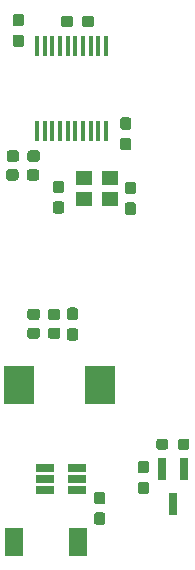
<source format=gbp>
G04 #@! TF.GenerationSoftware,KiCad,Pcbnew,(5.1.4)-1*
G04 #@! TF.CreationDate,2021-02-21T00:03:44+01:00*
G04 #@! TF.ProjectId,rgb_lcd_pihat,7267625f-6c63-4645-9f70-696861742e6b,rev?*
G04 #@! TF.SameCoordinates,Original*
G04 #@! TF.FileFunction,Paste,Bot*
G04 #@! TF.FilePolarity,Positive*
%FSLAX46Y46*%
G04 Gerber Fmt 4.6, Leading zero omitted, Abs format (unit mm)*
G04 Created by KiCad (PCBNEW (5.1.4)-1) date 2021-02-21 00:03:44*
%MOMM*%
%LPD*%
G04 APERTURE LIST*
%ADD10C,0.100000*%
%ADD11C,0.950000*%
%ADD12R,0.800000X1.900000*%
%ADD13R,1.400000X1.200000*%
%ADD14R,1.500000X2.400000*%
%ADD15R,0.450000X1.750000*%
%ADD16R,1.560000X0.650000*%
%ADD17R,2.500000X3.300000*%
G04 APERTURE END LIST*
D10*
G36*
X64785779Y-78126144D02*
G01*
X64808834Y-78129563D01*
X64831443Y-78135227D01*
X64853387Y-78143079D01*
X64874457Y-78153044D01*
X64894448Y-78165026D01*
X64913168Y-78178910D01*
X64930438Y-78194562D01*
X64946090Y-78211832D01*
X64959974Y-78230552D01*
X64971956Y-78250543D01*
X64981921Y-78271613D01*
X64989773Y-78293557D01*
X64995437Y-78316166D01*
X64998856Y-78339221D01*
X65000000Y-78362500D01*
X65000000Y-78837500D01*
X64998856Y-78860779D01*
X64995437Y-78883834D01*
X64989773Y-78906443D01*
X64981921Y-78928387D01*
X64971956Y-78949457D01*
X64959974Y-78969448D01*
X64946090Y-78988168D01*
X64930438Y-79005438D01*
X64913168Y-79021090D01*
X64894448Y-79034974D01*
X64874457Y-79046956D01*
X64853387Y-79056921D01*
X64831443Y-79064773D01*
X64808834Y-79070437D01*
X64785779Y-79073856D01*
X64762500Y-79075000D01*
X64262500Y-79075000D01*
X64239221Y-79073856D01*
X64216166Y-79070437D01*
X64193557Y-79064773D01*
X64171613Y-79056921D01*
X64150543Y-79046956D01*
X64130552Y-79034974D01*
X64111832Y-79021090D01*
X64094562Y-79005438D01*
X64078910Y-78988168D01*
X64065026Y-78969448D01*
X64053044Y-78949457D01*
X64043079Y-78928387D01*
X64035227Y-78906443D01*
X64029563Y-78883834D01*
X64026144Y-78860779D01*
X64025000Y-78837500D01*
X64025000Y-78362500D01*
X64026144Y-78339221D01*
X64029563Y-78316166D01*
X64035227Y-78293557D01*
X64043079Y-78271613D01*
X64053044Y-78250543D01*
X64065026Y-78230552D01*
X64078910Y-78211832D01*
X64094562Y-78194562D01*
X64111832Y-78178910D01*
X64130552Y-78165026D01*
X64150543Y-78153044D01*
X64171613Y-78143079D01*
X64193557Y-78135227D01*
X64216166Y-78129563D01*
X64239221Y-78126144D01*
X64262500Y-78125000D01*
X64762500Y-78125000D01*
X64785779Y-78126144D01*
X64785779Y-78126144D01*
G37*
D11*
X64512500Y-78600000D03*
D10*
G36*
X62960779Y-78126144D02*
G01*
X62983834Y-78129563D01*
X63006443Y-78135227D01*
X63028387Y-78143079D01*
X63049457Y-78153044D01*
X63069448Y-78165026D01*
X63088168Y-78178910D01*
X63105438Y-78194562D01*
X63121090Y-78211832D01*
X63134974Y-78230552D01*
X63146956Y-78250543D01*
X63156921Y-78271613D01*
X63164773Y-78293557D01*
X63170437Y-78316166D01*
X63173856Y-78339221D01*
X63175000Y-78362500D01*
X63175000Y-78837500D01*
X63173856Y-78860779D01*
X63170437Y-78883834D01*
X63164773Y-78906443D01*
X63156921Y-78928387D01*
X63146956Y-78949457D01*
X63134974Y-78969448D01*
X63121090Y-78988168D01*
X63105438Y-79005438D01*
X63088168Y-79021090D01*
X63069448Y-79034974D01*
X63049457Y-79046956D01*
X63028387Y-79056921D01*
X63006443Y-79064773D01*
X62983834Y-79070437D01*
X62960779Y-79073856D01*
X62937500Y-79075000D01*
X62437500Y-79075000D01*
X62414221Y-79073856D01*
X62391166Y-79070437D01*
X62368557Y-79064773D01*
X62346613Y-79056921D01*
X62325543Y-79046956D01*
X62305552Y-79034974D01*
X62286832Y-79021090D01*
X62269562Y-79005438D01*
X62253910Y-78988168D01*
X62240026Y-78969448D01*
X62228044Y-78949457D01*
X62218079Y-78928387D01*
X62210227Y-78906443D01*
X62204563Y-78883834D01*
X62201144Y-78860779D01*
X62200000Y-78837500D01*
X62200000Y-78362500D01*
X62201144Y-78339221D01*
X62204563Y-78316166D01*
X62210227Y-78293557D01*
X62218079Y-78271613D01*
X62228044Y-78250543D01*
X62240026Y-78230552D01*
X62253910Y-78211832D01*
X62269562Y-78194562D01*
X62286832Y-78178910D01*
X62305552Y-78165026D01*
X62325543Y-78153044D01*
X62346613Y-78143079D01*
X62368557Y-78135227D01*
X62391166Y-78129563D01*
X62414221Y-78126144D01*
X62437500Y-78125000D01*
X62937500Y-78125000D01*
X62960779Y-78126144D01*
X62960779Y-78126144D01*
G37*
D11*
X62687500Y-78600000D03*
D12*
X63600000Y-83700000D03*
X64550000Y-80700000D03*
X62650000Y-80700000D03*
D10*
G36*
X50760779Y-42176144D02*
G01*
X50783834Y-42179563D01*
X50806443Y-42185227D01*
X50828387Y-42193079D01*
X50849457Y-42203044D01*
X50869448Y-42215026D01*
X50888168Y-42228910D01*
X50905438Y-42244562D01*
X50921090Y-42261832D01*
X50934974Y-42280552D01*
X50946956Y-42300543D01*
X50956921Y-42321613D01*
X50964773Y-42343557D01*
X50970437Y-42366166D01*
X50973856Y-42389221D01*
X50975000Y-42412500D01*
X50975000Y-42987500D01*
X50973856Y-43010779D01*
X50970437Y-43033834D01*
X50964773Y-43056443D01*
X50956921Y-43078387D01*
X50946956Y-43099457D01*
X50934974Y-43119448D01*
X50921090Y-43138168D01*
X50905438Y-43155438D01*
X50888168Y-43171090D01*
X50869448Y-43184974D01*
X50849457Y-43196956D01*
X50828387Y-43206921D01*
X50806443Y-43214773D01*
X50783834Y-43220437D01*
X50760779Y-43223856D01*
X50737500Y-43225000D01*
X50262500Y-43225000D01*
X50239221Y-43223856D01*
X50216166Y-43220437D01*
X50193557Y-43214773D01*
X50171613Y-43206921D01*
X50150543Y-43196956D01*
X50130552Y-43184974D01*
X50111832Y-43171090D01*
X50094562Y-43155438D01*
X50078910Y-43138168D01*
X50065026Y-43119448D01*
X50053044Y-43099457D01*
X50043079Y-43078387D01*
X50035227Y-43056443D01*
X50029563Y-43033834D01*
X50026144Y-43010779D01*
X50025000Y-42987500D01*
X50025000Y-42412500D01*
X50026144Y-42389221D01*
X50029563Y-42366166D01*
X50035227Y-42343557D01*
X50043079Y-42321613D01*
X50053044Y-42300543D01*
X50065026Y-42280552D01*
X50078910Y-42261832D01*
X50094562Y-42244562D01*
X50111832Y-42228910D01*
X50130552Y-42215026D01*
X50150543Y-42203044D01*
X50171613Y-42193079D01*
X50193557Y-42185227D01*
X50216166Y-42179563D01*
X50239221Y-42176144D01*
X50262500Y-42175000D01*
X50737500Y-42175000D01*
X50760779Y-42176144D01*
X50760779Y-42176144D01*
G37*
D11*
X50500000Y-42700000D03*
D10*
G36*
X50760779Y-43926144D02*
G01*
X50783834Y-43929563D01*
X50806443Y-43935227D01*
X50828387Y-43943079D01*
X50849457Y-43953044D01*
X50869448Y-43965026D01*
X50888168Y-43978910D01*
X50905438Y-43994562D01*
X50921090Y-44011832D01*
X50934974Y-44030552D01*
X50946956Y-44050543D01*
X50956921Y-44071613D01*
X50964773Y-44093557D01*
X50970437Y-44116166D01*
X50973856Y-44139221D01*
X50975000Y-44162500D01*
X50975000Y-44737500D01*
X50973856Y-44760779D01*
X50970437Y-44783834D01*
X50964773Y-44806443D01*
X50956921Y-44828387D01*
X50946956Y-44849457D01*
X50934974Y-44869448D01*
X50921090Y-44888168D01*
X50905438Y-44905438D01*
X50888168Y-44921090D01*
X50869448Y-44934974D01*
X50849457Y-44946956D01*
X50828387Y-44956921D01*
X50806443Y-44964773D01*
X50783834Y-44970437D01*
X50760779Y-44973856D01*
X50737500Y-44975000D01*
X50262500Y-44975000D01*
X50239221Y-44973856D01*
X50216166Y-44970437D01*
X50193557Y-44964773D01*
X50171613Y-44956921D01*
X50150543Y-44946956D01*
X50130552Y-44934974D01*
X50111832Y-44921090D01*
X50094562Y-44905438D01*
X50078910Y-44888168D01*
X50065026Y-44869448D01*
X50053044Y-44849457D01*
X50043079Y-44828387D01*
X50035227Y-44806443D01*
X50029563Y-44783834D01*
X50026144Y-44760779D01*
X50025000Y-44737500D01*
X50025000Y-44162500D01*
X50026144Y-44139221D01*
X50029563Y-44116166D01*
X50035227Y-44093557D01*
X50043079Y-44071613D01*
X50053044Y-44050543D01*
X50065026Y-44030552D01*
X50078910Y-44011832D01*
X50094562Y-43994562D01*
X50111832Y-43978910D01*
X50130552Y-43965026D01*
X50150543Y-43953044D01*
X50171613Y-43943079D01*
X50193557Y-43935227D01*
X50216166Y-43929563D01*
X50239221Y-43926144D01*
X50262500Y-43925000D01*
X50737500Y-43925000D01*
X50760779Y-43926144D01*
X50760779Y-43926144D01*
G37*
D11*
X50500000Y-44450000D03*
D13*
X56100000Y-57800000D03*
X58300000Y-57800000D03*
X58300000Y-56100000D03*
X56100000Y-56100000D03*
D10*
G36*
X52110779Y-67126144D02*
G01*
X52133834Y-67129563D01*
X52156443Y-67135227D01*
X52178387Y-67143079D01*
X52199457Y-67153044D01*
X52219448Y-67165026D01*
X52238168Y-67178910D01*
X52255438Y-67194562D01*
X52271090Y-67211832D01*
X52284974Y-67230552D01*
X52296956Y-67250543D01*
X52306921Y-67271613D01*
X52314773Y-67293557D01*
X52320437Y-67316166D01*
X52323856Y-67339221D01*
X52325000Y-67362500D01*
X52325000Y-67837500D01*
X52323856Y-67860779D01*
X52320437Y-67883834D01*
X52314773Y-67906443D01*
X52306921Y-67928387D01*
X52296956Y-67949457D01*
X52284974Y-67969448D01*
X52271090Y-67988168D01*
X52255438Y-68005438D01*
X52238168Y-68021090D01*
X52219448Y-68034974D01*
X52199457Y-68046956D01*
X52178387Y-68056921D01*
X52156443Y-68064773D01*
X52133834Y-68070437D01*
X52110779Y-68073856D01*
X52087500Y-68075000D01*
X51512500Y-68075000D01*
X51489221Y-68073856D01*
X51466166Y-68070437D01*
X51443557Y-68064773D01*
X51421613Y-68056921D01*
X51400543Y-68046956D01*
X51380552Y-68034974D01*
X51361832Y-68021090D01*
X51344562Y-68005438D01*
X51328910Y-67988168D01*
X51315026Y-67969448D01*
X51303044Y-67949457D01*
X51293079Y-67928387D01*
X51285227Y-67906443D01*
X51279563Y-67883834D01*
X51276144Y-67860779D01*
X51275000Y-67837500D01*
X51275000Y-67362500D01*
X51276144Y-67339221D01*
X51279563Y-67316166D01*
X51285227Y-67293557D01*
X51293079Y-67271613D01*
X51303044Y-67250543D01*
X51315026Y-67230552D01*
X51328910Y-67211832D01*
X51344562Y-67194562D01*
X51361832Y-67178910D01*
X51380552Y-67165026D01*
X51400543Y-67153044D01*
X51421613Y-67143079D01*
X51443557Y-67135227D01*
X51466166Y-67129563D01*
X51489221Y-67126144D01*
X51512500Y-67125000D01*
X52087500Y-67125000D01*
X52110779Y-67126144D01*
X52110779Y-67126144D01*
G37*
D11*
X51800000Y-67600000D03*
D10*
G36*
X53860779Y-67126144D02*
G01*
X53883834Y-67129563D01*
X53906443Y-67135227D01*
X53928387Y-67143079D01*
X53949457Y-67153044D01*
X53969448Y-67165026D01*
X53988168Y-67178910D01*
X54005438Y-67194562D01*
X54021090Y-67211832D01*
X54034974Y-67230552D01*
X54046956Y-67250543D01*
X54056921Y-67271613D01*
X54064773Y-67293557D01*
X54070437Y-67316166D01*
X54073856Y-67339221D01*
X54075000Y-67362500D01*
X54075000Y-67837500D01*
X54073856Y-67860779D01*
X54070437Y-67883834D01*
X54064773Y-67906443D01*
X54056921Y-67928387D01*
X54046956Y-67949457D01*
X54034974Y-67969448D01*
X54021090Y-67988168D01*
X54005438Y-68005438D01*
X53988168Y-68021090D01*
X53969448Y-68034974D01*
X53949457Y-68046956D01*
X53928387Y-68056921D01*
X53906443Y-68064773D01*
X53883834Y-68070437D01*
X53860779Y-68073856D01*
X53837500Y-68075000D01*
X53262500Y-68075000D01*
X53239221Y-68073856D01*
X53216166Y-68070437D01*
X53193557Y-68064773D01*
X53171613Y-68056921D01*
X53150543Y-68046956D01*
X53130552Y-68034974D01*
X53111832Y-68021090D01*
X53094562Y-68005438D01*
X53078910Y-67988168D01*
X53065026Y-67969448D01*
X53053044Y-67949457D01*
X53043079Y-67928387D01*
X53035227Y-67906443D01*
X53029563Y-67883834D01*
X53026144Y-67860779D01*
X53025000Y-67837500D01*
X53025000Y-67362500D01*
X53026144Y-67339221D01*
X53029563Y-67316166D01*
X53035227Y-67293557D01*
X53043079Y-67271613D01*
X53053044Y-67250543D01*
X53065026Y-67230552D01*
X53078910Y-67211832D01*
X53094562Y-67194562D01*
X53111832Y-67178910D01*
X53130552Y-67165026D01*
X53150543Y-67153044D01*
X53171613Y-67143079D01*
X53193557Y-67135227D01*
X53216166Y-67129563D01*
X53239221Y-67126144D01*
X53262500Y-67125000D01*
X53837500Y-67125000D01*
X53860779Y-67126144D01*
X53860779Y-67126144D01*
G37*
D11*
X53550000Y-67600000D03*
D10*
G36*
X54160779Y-58026144D02*
G01*
X54183834Y-58029563D01*
X54206443Y-58035227D01*
X54228387Y-58043079D01*
X54249457Y-58053044D01*
X54269448Y-58065026D01*
X54288168Y-58078910D01*
X54305438Y-58094562D01*
X54321090Y-58111832D01*
X54334974Y-58130552D01*
X54346956Y-58150543D01*
X54356921Y-58171613D01*
X54364773Y-58193557D01*
X54370437Y-58216166D01*
X54373856Y-58239221D01*
X54375000Y-58262500D01*
X54375000Y-58837500D01*
X54373856Y-58860779D01*
X54370437Y-58883834D01*
X54364773Y-58906443D01*
X54356921Y-58928387D01*
X54346956Y-58949457D01*
X54334974Y-58969448D01*
X54321090Y-58988168D01*
X54305438Y-59005438D01*
X54288168Y-59021090D01*
X54269448Y-59034974D01*
X54249457Y-59046956D01*
X54228387Y-59056921D01*
X54206443Y-59064773D01*
X54183834Y-59070437D01*
X54160779Y-59073856D01*
X54137500Y-59075000D01*
X53662500Y-59075000D01*
X53639221Y-59073856D01*
X53616166Y-59070437D01*
X53593557Y-59064773D01*
X53571613Y-59056921D01*
X53550543Y-59046956D01*
X53530552Y-59034974D01*
X53511832Y-59021090D01*
X53494562Y-59005438D01*
X53478910Y-58988168D01*
X53465026Y-58969448D01*
X53453044Y-58949457D01*
X53443079Y-58928387D01*
X53435227Y-58906443D01*
X53429563Y-58883834D01*
X53426144Y-58860779D01*
X53425000Y-58837500D01*
X53425000Y-58262500D01*
X53426144Y-58239221D01*
X53429563Y-58216166D01*
X53435227Y-58193557D01*
X53443079Y-58171613D01*
X53453044Y-58150543D01*
X53465026Y-58130552D01*
X53478910Y-58111832D01*
X53494562Y-58094562D01*
X53511832Y-58078910D01*
X53530552Y-58065026D01*
X53550543Y-58053044D01*
X53571613Y-58043079D01*
X53593557Y-58035227D01*
X53616166Y-58029563D01*
X53639221Y-58026144D01*
X53662500Y-58025000D01*
X54137500Y-58025000D01*
X54160779Y-58026144D01*
X54160779Y-58026144D01*
G37*
D11*
X53900000Y-58550000D03*
D10*
G36*
X54160779Y-56276144D02*
G01*
X54183834Y-56279563D01*
X54206443Y-56285227D01*
X54228387Y-56293079D01*
X54249457Y-56303044D01*
X54269448Y-56315026D01*
X54288168Y-56328910D01*
X54305438Y-56344562D01*
X54321090Y-56361832D01*
X54334974Y-56380552D01*
X54346956Y-56400543D01*
X54356921Y-56421613D01*
X54364773Y-56443557D01*
X54370437Y-56466166D01*
X54373856Y-56489221D01*
X54375000Y-56512500D01*
X54375000Y-57087500D01*
X54373856Y-57110779D01*
X54370437Y-57133834D01*
X54364773Y-57156443D01*
X54356921Y-57178387D01*
X54346956Y-57199457D01*
X54334974Y-57219448D01*
X54321090Y-57238168D01*
X54305438Y-57255438D01*
X54288168Y-57271090D01*
X54269448Y-57284974D01*
X54249457Y-57296956D01*
X54228387Y-57306921D01*
X54206443Y-57314773D01*
X54183834Y-57320437D01*
X54160779Y-57323856D01*
X54137500Y-57325000D01*
X53662500Y-57325000D01*
X53639221Y-57323856D01*
X53616166Y-57320437D01*
X53593557Y-57314773D01*
X53571613Y-57306921D01*
X53550543Y-57296956D01*
X53530552Y-57284974D01*
X53511832Y-57271090D01*
X53494562Y-57255438D01*
X53478910Y-57238168D01*
X53465026Y-57219448D01*
X53453044Y-57199457D01*
X53443079Y-57178387D01*
X53435227Y-57156443D01*
X53429563Y-57133834D01*
X53426144Y-57110779D01*
X53425000Y-57087500D01*
X53425000Y-56512500D01*
X53426144Y-56489221D01*
X53429563Y-56466166D01*
X53435227Y-56443557D01*
X53443079Y-56421613D01*
X53453044Y-56400543D01*
X53465026Y-56380552D01*
X53478910Y-56361832D01*
X53494562Y-56344562D01*
X53511832Y-56328910D01*
X53530552Y-56315026D01*
X53550543Y-56303044D01*
X53571613Y-56293079D01*
X53593557Y-56285227D01*
X53616166Y-56279563D01*
X53639221Y-56276144D01*
X53662500Y-56275000D01*
X54137500Y-56275000D01*
X54160779Y-56276144D01*
X54160779Y-56276144D01*
G37*
D11*
X53900000Y-56800000D03*
D10*
G36*
X60260779Y-58126144D02*
G01*
X60283834Y-58129563D01*
X60306443Y-58135227D01*
X60328387Y-58143079D01*
X60349457Y-58153044D01*
X60369448Y-58165026D01*
X60388168Y-58178910D01*
X60405438Y-58194562D01*
X60421090Y-58211832D01*
X60434974Y-58230552D01*
X60446956Y-58250543D01*
X60456921Y-58271613D01*
X60464773Y-58293557D01*
X60470437Y-58316166D01*
X60473856Y-58339221D01*
X60475000Y-58362500D01*
X60475000Y-58937500D01*
X60473856Y-58960779D01*
X60470437Y-58983834D01*
X60464773Y-59006443D01*
X60456921Y-59028387D01*
X60446956Y-59049457D01*
X60434974Y-59069448D01*
X60421090Y-59088168D01*
X60405438Y-59105438D01*
X60388168Y-59121090D01*
X60369448Y-59134974D01*
X60349457Y-59146956D01*
X60328387Y-59156921D01*
X60306443Y-59164773D01*
X60283834Y-59170437D01*
X60260779Y-59173856D01*
X60237500Y-59175000D01*
X59762500Y-59175000D01*
X59739221Y-59173856D01*
X59716166Y-59170437D01*
X59693557Y-59164773D01*
X59671613Y-59156921D01*
X59650543Y-59146956D01*
X59630552Y-59134974D01*
X59611832Y-59121090D01*
X59594562Y-59105438D01*
X59578910Y-59088168D01*
X59565026Y-59069448D01*
X59553044Y-59049457D01*
X59543079Y-59028387D01*
X59535227Y-59006443D01*
X59529563Y-58983834D01*
X59526144Y-58960779D01*
X59525000Y-58937500D01*
X59525000Y-58362500D01*
X59526144Y-58339221D01*
X59529563Y-58316166D01*
X59535227Y-58293557D01*
X59543079Y-58271613D01*
X59553044Y-58250543D01*
X59565026Y-58230552D01*
X59578910Y-58211832D01*
X59594562Y-58194562D01*
X59611832Y-58178910D01*
X59630552Y-58165026D01*
X59650543Y-58153044D01*
X59671613Y-58143079D01*
X59693557Y-58135227D01*
X59716166Y-58129563D01*
X59739221Y-58126144D01*
X59762500Y-58125000D01*
X60237500Y-58125000D01*
X60260779Y-58126144D01*
X60260779Y-58126144D01*
G37*
D11*
X60000000Y-58650000D03*
D10*
G36*
X60260779Y-56376144D02*
G01*
X60283834Y-56379563D01*
X60306443Y-56385227D01*
X60328387Y-56393079D01*
X60349457Y-56403044D01*
X60369448Y-56415026D01*
X60388168Y-56428910D01*
X60405438Y-56444562D01*
X60421090Y-56461832D01*
X60434974Y-56480552D01*
X60446956Y-56500543D01*
X60456921Y-56521613D01*
X60464773Y-56543557D01*
X60470437Y-56566166D01*
X60473856Y-56589221D01*
X60475000Y-56612500D01*
X60475000Y-57187500D01*
X60473856Y-57210779D01*
X60470437Y-57233834D01*
X60464773Y-57256443D01*
X60456921Y-57278387D01*
X60446956Y-57299457D01*
X60434974Y-57319448D01*
X60421090Y-57338168D01*
X60405438Y-57355438D01*
X60388168Y-57371090D01*
X60369448Y-57384974D01*
X60349457Y-57396956D01*
X60328387Y-57406921D01*
X60306443Y-57414773D01*
X60283834Y-57420437D01*
X60260779Y-57423856D01*
X60237500Y-57425000D01*
X59762500Y-57425000D01*
X59739221Y-57423856D01*
X59716166Y-57420437D01*
X59693557Y-57414773D01*
X59671613Y-57406921D01*
X59650543Y-57396956D01*
X59630552Y-57384974D01*
X59611832Y-57371090D01*
X59594562Y-57355438D01*
X59578910Y-57338168D01*
X59565026Y-57319448D01*
X59553044Y-57299457D01*
X59543079Y-57278387D01*
X59535227Y-57256443D01*
X59529563Y-57233834D01*
X59526144Y-57210779D01*
X59525000Y-57187500D01*
X59525000Y-56612500D01*
X59526144Y-56589221D01*
X59529563Y-56566166D01*
X59535227Y-56543557D01*
X59543079Y-56521613D01*
X59553044Y-56500543D01*
X59565026Y-56480552D01*
X59578910Y-56461832D01*
X59594562Y-56444562D01*
X59611832Y-56428910D01*
X59630552Y-56415026D01*
X59650543Y-56403044D01*
X59671613Y-56393079D01*
X59693557Y-56385227D01*
X59716166Y-56379563D01*
X59739221Y-56376144D01*
X59762500Y-56375000D01*
X60237500Y-56375000D01*
X60260779Y-56376144D01*
X60260779Y-56376144D01*
G37*
D11*
X60000000Y-56900000D03*
D10*
G36*
X54960779Y-42326144D02*
G01*
X54983834Y-42329563D01*
X55006443Y-42335227D01*
X55028387Y-42343079D01*
X55049457Y-42353044D01*
X55069448Y-42365026D01*
X55088168Y-42378910D01*
X55105438Y-42394562D01*
X55121090Y-42411832D01*
X55134974Y-42430552D01*
X55146956Y-42450543D01*
X55156921Y-42471613D01*
X55164773Y-42493557D01*
X55170437Y-42516166D01*
X55173856Y-42539221D01*
X55175000Y-42562500D01*
X55175000Y-43037500D01*
X55173856Y-43060779D01*
X55170437Y-43083834D01*
X55164773Y-43106443D01*
X55156921Y-43128387D01*
X55146956Y-43149457D01*
X55134974Y-43169448D01*
X55121090Y-43188168D01*
X55105438Y-43205438D01*
X55088168Y-43221090D01*
X55069448Y-43234974D01*
X55049457Y-43246956D01*
X55028387Y-43256921D01*
X55006443Y-43264773D01*
X54983834Y-43270437D01*
X54960779Y-43273856D01*
X54937500Y-43275000D01*
X54362500Y-43275000D01*
X54339221Y-43273856D01*
X54316166Y-43270437D01*
X54293557Y-43264773D01*
X54271613Y-43256921D01*
X54250543Y-43246956D01*
X54230552Y-43234974D01*
X54211832Y-43221090D01*
X54194562Y-43205438D01*
X54178910Y-43188168D01*
X54165026Y-43169448D01*
X54153044Y-43149457D01*
X54143079Y-43128387D01*
X54135227Y-43106443D01*
X54129563Y-43083834D01*
X54126144Y-43060779D01*
X54125000Y-43037500D01*
X54125000Y-42562500D01*
X54126144Y-42539221D01*
X54129563Y-42516166D01*
X54135227Y-42493557D01*
X54143079Y-42471613D01*
X54153044Y-42450543D01*
X54165026Y-42430552D01*
X54178910Y-42411832D01*
X54194562Y-42394562D01*
X54211832Y-42378910D01*
X54230552Y-42365026D01*
X54250543Y-42353044D01*
X54271613Y-42343079D01*
X54293557Y-42335227D01*
X54316166Y-42329563D01*
X54339221Y-42326144D01*
X54362500Y-42325000D01*
X54937500Y-42325000D01*
X54960779Y-42326144D01*
X54960779Y-42326144D01*
G37*
D11*
X54650000Y-42800000D03*
D10*
G36*
X56710779Y-42326144D02*
G01*
X56733834Y-42329563D01*
X56756443Y-42335227D01*
X56778387Y-42343079D01*
X56799457Y-42353044D01*
X56819448Y-42365026D01*
X56838168Y-42378910D01*
X56855438Y-42394562D01*
X56871090Y-42411832D01*
X56884974Y-42430552D01*
X56896956Y-42450543D01*
X56906921Y-42471613D01*
X56914773Y-42493557D01*
X56920437Y-42516166D01*
X56923856Y-42539221D01*
X56925000Y-42562500D01*
X56925000Y-43037500D01*
X56923856Y-43060779D01*
X56920437Y-43083834D01*
X56914773Y-43106443D01*
X56906921Y-43128387D01*
X56896956Y-43149457D01*
X56884974Y-43169448D01*
X56871090Y-43188168D01*
X56855438Y-43205438D01*
X56838168Y-43221090D01*
X56819448Y-43234974D01*
X56799457Y-43246956D01*
X56778387Y-43256921D01*
X56756443Y-43264773D01*
X56733834Y-43270437D01*
X56710779Y-43273856D01*
X56687500Y-43275000D01*
X56112500Y-43275000D01*
X56089221Y-43273856D01*
X56066166Y-43270437D01*
X56043557Y-43264773D01*
X56021613Y-43256921D01*
X56000543Y-43246956D01*
X55980552Y-43234974D01*
X55961832Y-43221090D01*
X55944562Y-43205438D01*
X55928910Y-43188168D01*
X55915026Y-43169448D01*
X55903044Y-43149457D01*
X55893079Y-43128387D01*
X55885227Y-43106443D01*
X55879563Y-43083834D01*
X55876144Y-43060779D01*
X55875000Y-43037500D01*
X55875000Y-42562500D01*
X55876144Y-42539221D01*
X55879563Y-42516166D01*
X55885227Y-42493557D01*
X55893079Y-42471613D01*
X55903044Y-42450543D01*
X55915026Y-42430552D01*
X55928910Y-42411832D01*
X55944562Y-42394562D01*
X55961832Y-42378910D01*
X55980552Y-42365026D01*
X56000543Y-42353044D01*
X56021613Y-42343079D01*
X56043557Y-42335227D01*
X56066166Y-42329563D01*
X56089221Y-42326144D01*
X56112500Y-42325000D01*
X56687500Y-42325000D01*
X56710779Y-42326144D01*
X56710779Y-42326144D01*
G37*
D11*
X56400000Y-42800000D03*
D10*
G36*
X57660779Y-82626144D02*
G01*
X57683834Y-82629563D01*
X57706443Y-82635227D01*
X57728387Y-82643079D01*
X57749457Y-82653044D01*
X57769448Y-82665026D01*
X57788168Y-82678910D01*
X57805438Y-82694562D01*
X57821090Y-82711832D01*
X57834974Y-82730552D01*
X57846956Y-82750543D01*
X57856921Y-82771613D01*
X57864773Y-82793557D01*
X57870437Y-82816166D01*
X57873856Y-82839221D01*
X57875000Y-82862500D01*
X57875000Y-83437500D01*
X57873856Y-83460779D01*
X57870437Y-83483834D01*
X57864773Y-83506443D01*
X57856921Y-83528387D01*
X57846956Y-83549457D01*
X57834974Y-83569448D01*
X57821090Y-83588168D01*
X57805438Y-83605438D01*
X57788168Y-83621090D01*
X57769448Y-83634974D01*
X57749457Y-83646956D01*
X57728387Y-83656921D01*
X57706443Y-83664773D01*
X57683834Y-83670437D01*
X57660779Y-83673856D01*
X57637500Y-83675000D01*
X57162500Y-83675000D01*
X57139221Y-83673856D01*
X57116166Y-83670437D01*
X57093557Y-83664773D01*
X57071613Y-83656921D01*
X57050543Y-83646956D01*
X57030552Y-83634974D01*
X57011832Y-83621090D01*
X56994562Y-83605438D01*
X56978910Y-83588168D01*
X56965026Y-83569448D01*
X56953044Y-83549457D01*
X56943079Y-83528387D01*
X56935227Y-83506443D01*
X56929563Y-83483834D01*
X56926144Y-83460779D01*
X56925000Y-83437500D01*
X56925000Y-82862500D01*
X56926144Y-82839221D01*
X56929563Y-82816166D01*
X56935227Y-82793557D01*
X56943079Y-82771613D01*
X56953044Y-82750543D01*
X56965026Y-82730552D01*
X56978910Y-82711832D01*
X56994562Y-82694562D01*
X57011832Y-82678910D01*
X57030552Y-82665026D01*
X57050543Y-82653044D01*
X57071613Y-82643079D01*
X57093557Y-82635227D01*
X57116166Y-82629563D01*
X57139221Y-82626144D01*
X57162500Y-82625000D01*
X57637500Y-82625000D01*
X57660779Y-82626144D01*
X57660779Y-82626144D01*
G37*
D11*
X57400000Y-83150000D03*
D10*
G36*
X57660779Y-84376144D02*
G01*
X57683834Y-84379563D01*
X57706443Y-84385227D01*
X57728387Y-84393079D01*
X57749457Y-84403044D01*
X57769448Y-84415026D01*
X57788168Y-84428910D01*
X57805438Y-84444562D01*
X57821090Y-84461832D01*
X57834974Y-84480552D01*
X57846956Y-84500543D01*
X57856921Y-84521613D01*
X57864773Y-84543557D01*
X57870437Y-84566166D01*
X57873856Y-84589221D01*
X57875000Y-84612500D01*
X57875000Y-85187500D01*
X57873856Y-85210779D01*
X57870437Y-85233834D01*
X57864773Y-85256443D01*
X57856921Y-85278387D01*
X57846956Y-85299457D01*
X57834974Y-85319448D01*
X57821090Y-85338168D01*
X57805438Y-85355438D01*
X57788168Y-85371090D01*
X57769448Y-85384974D01*
X57749457Y-85396956D01*
X57728387Y-85406921D01*
X57706443Y-85414773D01*
X57683834Y-85420437D01*
X57660779Y-85423856D01*
X57637500Y-85425000D01*
X57162500Y-85425000D01*
X57139221Y-85423856D01*
X57116166Y-85420437D01*
X57093557Y-85414773D01*
X57071613Y-85406921D01*
X57050543Y-85396956D01*
X57030552Y-85384974D01*
X57011832Y-85371090D01*
X56994562Y-85355438D01*
X56978910Y-85338168D01*
X56965026Y-85319448D01*
X56953044Y-85299457D01*
X56943079Y-85278387D01*
X56935227Y-85256443D01*
X56929563Y-85233834D01*
X56926144Y-85210779D01*
X56925000Y-85187500D01*
X56925000Y-84612500D01*
X56926144Y-84589221D01*
X56929563Y-84566166D01*
X56935227Y-84543557D01*
X56943079Y-84521613D01*
X56953044Y-84500543D01*
X56965026Y-84480552D01*
X56978910Y-84461832D01*
X56994562Y-84444562D01*
X57011832Y-84428910D01*
X57030552Y-84415026D01*
X57050543Y-84403044D01*
X57071613Y-84393079D01*
X57093557Y-84385227D01*
X57116166Y-84379563D01*
X57139221Y-84376144D01*
X57162500Y-84375000D01*
X57637500Y-84375000D01*
X57660779Y-84376144D01*
X57660779Y-84376144D01*
G37*
D11*
X57400000Y-84900000D03*
D10*
G36*
X61360779Y-81776144D02*
G01*
X61383834Y-81779563D01*
X61406443Y-81785227D01*
X61428387Y-81793079D01*
X61449457Y-81803044D01*
X61469448Y-81815026D01*
X61488168Y-81828910D01*
X61505438Y-81844562D01*
X61521090Y-81861832D01*
X61534974Y-81880552D01*
X61546956Y-81900543D01*
X61556921Y-81921613D01*
X61564773Y-81943557D01*
X61570437Y-81966166D01*
X61573856Y-81989221D01*
X61575000Y-82012500D01*
X61575000Y-82587500D01*
X61573856Y-82610779D01*
X61570437Y-82633834D01*
X61564773Y-82656443D01*
X61556921Y-82678387D01*
X61546956Y-82699457D01*
X61534974Y-82719448D01*
X61521090Y-82738168D01*
X61505438Y-82755438D01*
X61488168Y-82771090D01*
X61469448Y-82784974D01*
X61449457Y-82796956D01*
X61428387Y-82806921D01*
X61406443Y-82814773D01*
X61383834Y-82820437D01*
X61360779Y-82823856D01*
X61337500Y-82825000D01*
X60862500Y-82825000D01*
X60839221Y-82823856D01*
X60816166Y-82820437D01*
X60793557Y-82814773D01*
X60771613Y-82806921D01*
X60750543Y-82796956D01*
X60730552Y-82784974D01*
X60711832Y-82771090D01*
X60694562Y-82755438D01*
X60678910Y-82738168D01*
X60665026Y-82719448D01*
X60653044Y-82699457D01*
X60643079Y-82678387D01*
X60635227Y-82656443D01*
X60629563Y-82633834D01*
X60626144Y-82610779D01*
X60625000Y-82587500D01*
X60625000Y-82012500D01*
X60626144Y-81989221D01*
X60629563Y-81966166D01*
X60635227Y-81943557D01*
X60643079Y-81921613D01*
X60653044Y-81900543D01*
X60665026Y-81880552D01*
X60678910Y-81861832D01*
X60694562Y-81844562D01*
X60711832Y-81828910D01*
X60730552Y-81815026D01*
X60750543Y-81803044D01*
X60771613Y-81793079D01*
X60793557Y-81785227D01*
X60816166Y-81779563D01*
X60839221Y-81776144D01*
X60862500Y-81775000D01*
X61337500Y-81775000D01*
X61360779Y-81776144D01*
X61360779Y-81776144D01*
G37*
D11*
X61100000Y-82300000D03*
D10*
G36*
X61360779Y-80026144D02*
G01*
X61383834Y-80029563D01*
X61406443Y-80035227D01*
X61428387Y-80043079D01*
X61449457Y-80053044D01*
X61469448Y-80065026D01*
X61488168Y-80078910D01*
X61505438Y-80094562D01*
X61521090Y-80111832D01*
X61534974Y-80130552D01*
X61546956Y-80150543D01*
X61556921Y-80171613D01*
X61564773Y-80193557D01*
X61570437Y-80216166D01*
X61573856Y-80239221D01*
X61575000Y-80262500D01*
X61575000Y-80837500D01*
X61573856Y-80860779D01*
X61570437Y-80883834D01*
X61564773Y-80906443D01*
X61556921Y-80928387D01*
X61546956Y-80949457D01*
X61534974Y-80969448D01*
X61521090Y-80988168D01*
X61505438Y-81005438D01*
X61488168Y-81021090D01*
X61469448Y-81034974D01*
X61449457Y-81046956D01*
X61428387Y-81056921D01*
X61406443Y-81064773D01*
X61383834Y-81070437D01*
X61360779Y-81073856D01*
X61337500Y-81075000D01*
X60862500Y-81075000D01*
X60839221Y-81073856D01*
X60816166Y-81070437D01*
X60793557Y-81064773D01*
X60771613Y-81056921D01*
X60750543Y-81046956D01*
X60730552Y-81034974D01*
X60711832Y-81021090D01*
X60694562Y-81005438D01*
X60678910Y-80988168D01*
X60665026Y-80969448D01*
X60653044Y-80949457D01*
X60643079Y-80928387D01*
X60635227Y-80906443D01*
X60629563Y-80883834D01*
X60626144Y-80860779D01*
X60625000Y-80837500D01*
X60625000Y-80262500D01*
X60626144Y-80239221D01*
X60629563Y-80216166D01*
X60635227Y-80193557D01*
X60643079Y-80171613D01*
X60653044Y-80150543D01*
X60665026Y-80130552D01*
X60678910Y-80111832D01*
X60694562Y-80094562D01*
X60711832Y-80078910D01*
X60730552Y-80065026D01*
X60750543Y-80053044D01*
X60771613Y-80043079D01*
X60793557Y-80035227D01*
X60816166Y-80029563D01*
X60839221Y-80026144D01*
X60862500Y-80025000D01*
X61337500Y-80025000D01*
X61360779Y-80026144D01*
X61360779Y-80026144D01*
G37*
D11*
X61100000Y-80550000D03*
D10*
G36*
X52110779Y-53726144D02*
G01*
X52133834Y-53729563D01*
X52156443Y-53735227D01*
X52178387Y-53743079D01*
X52199457Y-53753044D01*
X52219448Y-53765026D01*
X52238168Y-53778910D01*
X52255438Y-53794562D01*
X52271090Y-53811832D01*
X52284974Y-53830552D01*
X52296956Y-53850543D01*
X52306921Y-53871613D01*
X52314773Y-53893557D01*
X52320437Y-53916166D01*
X52323856Y-53939221D01*
X52325000Y-53962500D01*
X52325000Y-54437500D01*
X52323856Y-54460779D01*
X52320437Y-54483834D01*
X52314773Y-54506443D01*
X52306921Y-54528387D01*
X52296956Y-54549457D01*
X52284974Y-54569448D01*
X52271090Y-54588168D01*
X52255438Y-54605438D01*
X52238168Y-54621090D01*
X52219448Y-54634974D01*
X52199457Y-54646956D01*
X52178387Y-54656921D01*
X52156443Y-54664773D01*
X52133834Y-54670437D01*
X52110779Y-54673856D01*
X52087500Y-54675000D01*
X51512500Y-54675000D01*
X51489221Y-54673856D01*
X51466166Y-54670437D01*
X51443557Y-54664773D01*
X51421613Y-54656921D01*
X51400543Y-54646956D01*
X51380552Y-54634974D01*
X51361832Y-54621090D01*
X51344562Y-54605438D01*
X51328910Y-54588168D01*
X51315026Y-54569448D01*
X51303044Y-54549457D01*
X51293079Y-54528387D01*
X51285227Y-54506443D01*
X51279563Y-54483834D01*
X51276144Y-54460779D01*
X51275000Y-54437500D01*
X51275000Y-53962500D01*
X51276144Y-53939221D01*
X51279563Y-53916166D01*
X51285227Y-53893557D01*
X51293079Y-53871613D01*
X51303044Y-53850543D01*
X51315026Y-53830552D01*
X51328910Y-53811832D01*
X51344562Y-53794562D01*
X51361832Y-53778910D01*
X51380552Y-53765026D01*
X51400543Y-53753044D01*
X51421613Y-53743079D01*
X51443557Y-53735227D01*
X51466166Y-53729563D01*
X51489221Y-53726144D01*
X51512500Y-53725000D01*
X52087500Y-53725000D01*
X52110779Y-53726144D01*
X52110779Y-53726144D01*
G37*
D11*
X51800000Y-54200000D03*
D10*
G36*
X50360779Y-53726144D02*
G01*
X50383834Y-53729563D01*
X50406443Y-53735227D01*
X50428387Y-53743079D01*
X50449457Y-53753044D01*
X50469448Y-53765026D01*
X50488168Y-53778910D01*
X50505438Y-53794562D01*
X50521090Y-53811832D01*
X50534974Y-53830552D01*
X50546956Y-53850543D01*
X50556921Y-53871613D01*
X50564773Y-53893557D01*
X50570437Y-53916166D01*
X50573856Y-53939221D01*
X50575000Y-53962500D01*
X50575000Y-54437500D01*
X50573856Y-54460779D01*
X50570437Y-54483834D01*
X50564773Y-54506443D01*
X50556921Y-54528387D01*
X50546956Y-54549457D01*
X50534974Y-54569448D01*
X50521090Y-54588168D01*
X50505438Y-54605438D01*
X50488168Y-54621090D01*
X50469448Y-54634974D01*
X50449457Y-54646956D01*
X50428387Y-54656921D01*
X50406443Y-54664773D01*
X50383834Y-54670437D01*
X50360779Y-54673856D01*
X50337500Y-54675000D01*
X49762500Y-54675000D01*
X49739221Y-54673856D01*
X49716166Y-54670437D01*
X49693557Y-54664773D01*
X49671613Y-54656921D01*
X49650543Y-54646956D01*
X49630552Y-54634974D01*
X49611832Y-54621090D01*
X49594562Y-54605438D01*
X49578910Y-54588168D01*
X49565026Y-54569448D01*
X49553044Y-54549457D01*
X49543079Y-54528387D01*
X49535227Y-54506443D01*
X49529563Y-54483834D01*
X49526144Y-54460779D01*
X49525000Y-54437500D01*
X49525000Y-53962500D01*
X49526144Y-53939221D01*
X49529563Y-53916166D01*
X49535227Y-53893557D01*
X49543079Y-53871613D01*
X49553044Y-53850543D01*
X49565026Y-53830552D01*
X49578910Y-53811832D01*
X49594562Y-53794562D01*
X49611832Y-53778910D01*
X49630552Y-53765026D01*
X49650543Y-53753044D01*
X49671613Y-53743079D01*
X49693557Y-53735227D01*
X49716166Y-53729563D01*
X49739221Y-53726144D01*
X49762500Y-53725000D01*
X50337500Y-53725000D01*
X50360779Y-53726144D01*
X50360779Y-53726144D01*
G37*
D11*
X50050000Y-54200000D03*
D14*
X55600000Y-86900000D03*
X50100000Y-86900000D03*
D10*
G36*
X50310779Y-55326144D02*
G01*
X50333834Y-55329563D01*
X50356443Y-55335227D01*
X50378387Y-55343079D01*
X50399457Y-55353044D01*
X50419448Y-55365026D01*
X50438168Y-55378910D01*
X50455438Y-55394562D01*
X50471090Y-55411832D01*
X50484974Y-55430552D01*
X50496956Y-55450543D01*
X50506921Y-55471613D01*
X50514773Y-55493557D01*
X50520437Y-55516166D01*
X50523856Y-55539221D01*
X50525000Y-55562500D01*
X50525000Y-56037500D01*
X50523856Y-56060779D01*
X50520437Y-56083834D01*
X50514773Y-56106443D01*
X50506921Y-56128387D01*
X50496956Y-56149457D01*
X50484974Y-56169448D01*
X50471090Y-56188168D01*
X50455438Y-56205438D01*
X50438168Y-56221090D01*
X50419448Y-56234974D01*
X50399457Y-56246956D01*
X50378387Y-56256921D01*
X50356443Y-56264773D01*
X50333834Y-56270437D01*
X50310779Y-56273856D01*
X50287500Y-56275000D01*
X49712500Y-56275000D01*
X49689221Y-56273856D01*
X49666166Y-56270437D01*
X49643557Y-56264773D01*
X49621613Y-56256921D01*
X49600543Y-56246956D01*
X49580552Y-56234974D01*
X49561832Y-56221090D01*
X49544562Y-56205438D01*
X49528910Y-56188168D01*
X49515026Y-56169448D01*
X49503044Y-56149457D01*
X49493079Y-56128387D01*
X49485227Y-56106443D01*
X49479563Y-56083834D01*
X49476144Y-56060779D01*
X49475000Y-56037500D01*
X49475000Y-55562500D01*
X49476144Y-55539221D01*
X49479563Y-55516166D01*
X49485227Y-55493557D01*
X49493079Y-55471613D01*
X49503044Y-55450543D01*
X49515026Y-55430552D01*
X49528910Y-55411832D01*
X49544562Y-55394562D01*
X49561832Y-55378910D01*
X49580552Y-55365026D01*
X49600543Y-55353044D01*
X49621613Y-55343079D01*
X49643557Y-55335227D01*
X49666166Y-55329563D01*
X49689221Y-55326144D01*
X49712500Y-55325000D01*
X50287500Y-55325000D01*
X50310779Y-55326144D01*
X50310779Y-55326144D01*
G37*
D11*
X50000000Y-55800000D03*
D10*
G36*
X52060779Y-55326144D02*
G01*
X52083834Y-55329563D01*
X52106443Y-55335227D01*
X52128387Y-55343079D01*
X52149457Y-55353044D01*
X52169448Y-55365026D01*
X52188168Y-55378910D01*
X52205438Y-55394562D01*
X52221090Y-55411832D01*
X52234974Y-55430552D01*
X52246956Y-55450543D01*
X52256921Y-55471613D01*
X52264773Y-55493557D01*
X52270437Y-55516166D01*
X52273856Y-55539221D01*
X52275000Y-55562500D01*
X52275000Y-56037500D01*
X52273856Y-56060779D01*
X52270437Y-56083834D01*
X52264773Y-56106443D01*
X52256921Y-56128387D01*
X52246956Y-56149457D01*
X52234974Y-56169448D01*
X52221090Y-56188168D01*
X52205438Y-56205438D01*
X52188168Y-56221090D01*
X52169448Y-56234974D01*
X52149457Y-56246956D01*
X52128387Y-56256921D01*
X52106443Y-56264773D01*
X52083834Y-56270437D01*
X52060779Y-56273856D01*
X52037500Y-56275000D01*
X51462500Y-56275000D01*
X51439221Y-56273856D01*
X51416166Y-56270437D01*
X51393557Y-56264773D01*
X51371613Y-56256921D01*
X51350543Y-56246956D01*
X51330552Y-56234974D01*
X51311832Y-56221090D01*
X51294562Y-56205438D01*
X51278910Y-56188168D01*
X51265026Y-56169448D01*
X51253044Y-56149457D01*
X51243079Y-56128387D01*
X51235227Y-56106443D01*
X51229563Y-56083834D01*
X51226144Y-56060779D01*
X51225000Y-56037500D01*
X51225000Y-55562500D01*
X51226144Y-55539221D01*
X51229563Y-55516166D01*
X51235227Y-55493557D01*
X51243079Y-55471613D01*
X51253044Y-55450543D01*
X51265026Y-55430552D01*
X51278910Y-55411832D01*
X51294562Y-55394562D01*
X51311832Y-55378910D01*
X51330552Y-55365026D01*
X51350543Y-55353044D01*
X51371613Y-55343079D01*
X51393557Y-55335227D01*
X51416166Y-55329563D01*
X51439221Y-55326144D01*
X51462500Y-55325000D01*
X52037500Y-55325000D01*
X52060779Y-55326144D01*
X52060779Y-55326144D01*
G37*
D11*
X51750000Y-55800000D03*
D10*
G36*
X59860779Y-50926144D02*
G01*
X59883834Y-50929563D01*
X59906443Y-50935227D01*
X59928387Y-50943079D01*
X59949457Y-50953044D01*
X59969448Y-50965026D01*
X59988168Y-50978910D01*
X60005438Y-50994562D01*
X60021090Y-51011832D01*
X60034974Y-51030552D01*
X60046956Y-51050543D01*
X60056921Y-51071613D01*
X60064773Y-51093557D01*
X60070437Y-51116166D01*
X60073856Y-51139221D01*
X60075000Y-51162500D01*
X60075000Y-51737500D01*
X60073856Y-51760779D01*
X60070437Y-51783834D01*
X60064773Y-51806443D01*
X60056921Y-51828387D01*
X60046956Y-51849457D01*
X60034974Y-51869448D01*
X60021090Y-51888168D01*
X60005438Y-51905438D01*
X59988168Y-51921090D01*
X59969448Y-51934974D01*
X59949457Y-51946956D01*
X59928387Y-51956921D01*
X59906443Y-51964773D01*
X59883834Y-51970437D01*
X59860779Y-51973856D01*
X59837500Y-51975000D01*
X59362500Y-51975000D01*
X59339221Y-51973856D01*
X59316166Y-51970437D01*
X59293557Y-51964773D01*
X59271613Y-51956921D01*
X59250543Y-51946956D01*
X59230552Y-51934974D01*
X59211832Y-51921090D01*
X59194562Y-51905438D01*
X59178910Y-51888168D01*
X59165026Y-51869448D01*
X59153044Y-51849457D01*
X59143079Y-51828387D01*
X59135227Y-51806443D01*
X59129563Y-51783834D01*
X59126144Y-51760779D01*
X59125000Y-51737500D01*
X59125000Y-51162500D01*
X59126144Y-51139221D01*
X59129563Y-51116166D01*
X59135227Y-51093557D01*
X59143079Y-51071613D01*
X59153044Y-51050543D01*
X59165026Y-51030552D01*
X59178910Y-51011832D01*
X59194562Y-50994562D01*
X59211832Y-50978910D01*
X59230552Y-50965026D01*
X59250543Y-50953044D01*
X59271613Y-50943079D01*
X59293557Y-50935227D01*
X59316166Y-50929563D01*
X59339221Y-50926144D01*
X59362500Y-50925000D01*
X59837500Y-50925000D01*
X59860779Y-50926144D01*
X59860779Y-50926144D01*
G37*
D11*
X59600000Y-51450000D03*
D10*
G36*
X59860779Y-52676144D02*
G01*
X59883834Y-52679563D01*
X59906443Y-52685227D01*
X59928387Y-52693079D01*
X59949457Y-52703044D01*
X59969448Y-52715026D01*
X59988168Y-52728910D01*
X60005438Y-52744562D01*
X60021090Y-52761832D01*
X60034974Y-52780552D01*
X60046956Y-52800543D01*
X60056921Y-52821613D01*
X60064773Y-52843557D01*
X60070437Y-52866166D01*
X60073856Y-52889221D01*
X60075000Y-52912500D01*
X60075000Y-53487500D01*
X60073856Y-53510779D01*
X60070437Y-53533834D01*
X60064773Y-53556443D01*
X60056921Y-53578387D01*
X60046956Y-53599457D01*
X60034974Y-53619448D01*
X60021090Y-53638168D01*
X60005438Y-53655438D01*
X59988168Y-53671090D01*
X59969448Y-53684974D01*
X59949457Y-53696956D01*
X59928387Y-53706921D01*
X59906443Y-53714773D01*
X59883834Y-53720437D01*
X59860779Y-53723856D01*
X59837500Y-53725000D01*
X59362500Y-53725000D01*
X59339221Y-53723856D01*
X59316166Y-53720437D01*
X59293557Y-53714773D01*
X59271613Y-53706921D01*
X59250543Y-53696956D01*
X59230552Y-53684974D01*
X59211832Y-53671090D01*
X59194562Y-53655438D01*
X59178910Y-53638168D01*
X59165026Y-53619448D01*
X59153044Y-53599457D01*
X59143079Y-53578387D01*
X59135227Y-53556443D01*
X59129563Y-53533834D01*
X59126144Y-53510779D01*
X59125000Y-53487500D01*
X59125000Y-52912500D01*
X59126144Y-52889221D01*
X59129563Y-52866166D01*
X59135227Y-52843557D01*
X59143079Y-52821613D01*
X59153044Y-52800543D01*
X59165026Y-52780552D01*
X59178910Y-52761832D01*
X59194562Y-52744562D01*
X59211832Y-52728910D01*
X59230552Y-52715026D01*
X59250543Y-52703044D01*
X59271613Y-52693079D01*
X59293557Y-52685227D01*
X59316166Y-52679563D01*
X59339221Y-52676144D01*
X59362500Y-52675000D01*
X59837500Y-52675000D01*
X59860779Y-52676144D01*
X59860779Y-52676144D01*
G37*
D11*
X59600000Y-53200000D03*
D10*
G36*
X55360779Y-68776144D02*
G01*
X55383834Y-68779563D01*
X55406443Y-68785227D01*
X55428387Y-68793079D01*
X55449457Y-68803044D01*
X55469448Y-68815026D01*
X55488168Y-68828910D01*
X55505438Y-68844562D01*
X55521090Y-68861832D01*
X55534974Y-68880552D01*
X55546956Y-68900543D01*
X55556921Y-68921613D01*
X55564773Y-68943557D01*
X55570437Y-68966166D01*
X55573856Y-68989221D01*
X55575000Y-69012500D01*
X55575000Y-69587500D01*
X55573856Y-69610779D01*
X55570437Y-69633834D01*
X55564773Y-69656443D01*
X55556921Y-69678387D01*
X55546956Y-69699457D01*
X55534974Y-69719448D01*
X55521090Y-69738168D01*
X55505438Y-69755438D01*
X55488168Y-69771090D01*
X55469448Y-69784974D01*
X55449457Y-69796956D01*
X55428387Y-69806921D01*
X55406443Y-69814773D01*
X55383834Y-69820437D01*
X55360779Y-69823856D01*
X55337500Y-69825000D01*
X54862500Y-69825000D01*
X54839221Y-69823856D01*
X54816166Y-69820437D01*
X54793557Y-69814773D01*
X54771613Y-69806921D01*
X54750543Y-69796956D01*
X54730552Y-69784974D01*
X54711832Y-69771090D01*
X54694562Y-69755438D01*
X54678910Y-69738168D01*
X54665026Y-69719448D01*
X54653044Y-69699457D01*
X54643079Y-69678387D01*
X54635227Y-69656443D01*
X54629563Y-69633834D01*
X54626144Y-69610779D01*
X54625000Y-69587500D01*
X54625000Y-69012500D01*
X54626144Y-68989221D01*
X54629563Y-68966166D01*
X54635227Y-68943557D01*
X54643079Y-68921613D01*
X54653044Y-68900543D01*
X54665026Y-68880552D01*
X54678910Y-68861832D01*
X54694562Y-68844562D01*
X54711832Y-68828910D01*
X54730552Y-68815026D01*
X54750543Y-68803044D01*
X54771613Y-68793079D01*
X54793557Y-68785227D01*
X54816166Y-68779563D01*
X54839221Y-68776144D01*
X54862500Y-68775000D01*
X55337500Y-68775000D01*
X55360779Y-68776144D01*
X55360779Y-68776144D01*
G37*
D11*
X55100000Y-69300000D03*
D10*
G36*
X55360779Y-67026144D02*
G01*
X55383834Y-67029563D01*
X55406443Y-67035227D01*
X55428387Y-67043079D01*
X55449457Y-67053044D01*
X55469448Y-67065026D01*
X55488168Y-67078910D01*
X55505438Y-67094562D01*
X55521090Y-67111832D01*
X55534974Y-67130552D01*
X55546956Y-67150543D01*
X55556921Y-67171613D01*
X55564773Y-67193557D01*
X55570437Y-67216166D01*
X55573856Y-67239221D01*
X55575000Y-67262500D01*
X55575000Y-67837500D01*
X55573856Y-67860779D01*
X55570437Y-67883834D01*
X55564773Y-67906443D01*
X55556921Y-67928387D01*
X55546956Y-67949457D01*
X55534974Y-67969448D01*
X55521090Y-67988168D01*
X55505438Y-68005438D01*
X55488168Y-68021090D01*
X55469448Y-68034974D01*
X55449457Y-68046956D01*
X55428387Y-68056921D01*
X55406443Y-68064773D01*
X55383834Y-68070437D01*
X55360779Y-68073856D01*
X55337500Y-68075000D01*
X54862500Y-68075000D01*
X54839221Y-68073856D01*
X54816166Y-68070437D01*
X54793557Y-68064773D01*
X54771613Y-68056921D01*
X54750543Y-68046956D01*
X54730552Y-68034974D01*
X54711832Y-68021090D01*
X54694562Y-68005438D01*
X54678910Y-67988168D01*
X54665026Y-67969448D01*
X54653044Y-67949457D01*
X54643079Y-67928387D01*
X54635227Y-67906443D01*
X54629563Y-67883834D01*
X54626144Y-67860779D01*
X54625000Y-67837500D01*
X54625000Y-67262500D01*
X54626144Y-67239221D01*
X54629563Y-67216166D01*
X54635227Y-67193557D01*
X54643079Y-67171613D01*
X54653044Y-67150543D01*
X54665026Y-67130552D01*
X54678910Y-67111832D01*
X54694562Y-67094562D01*
X54711832Y-67078910D01*
X54730552Y-67065026D01*
X54750543Y-67053044D01*
X54771613Y-67043079D01*
X54793557Y-67035227D01*
X54816166Y-67029563D01*
X54839221Y-67026144D01*
X54862500Y-67025000D01*
X55337500Y-67025000D01*
X55360779Y-67026144D01*
X55360779Y-67026144D01*
G37*
D11*
X55100000Y-67550000D03*
D10*
G36*
X52110779Y-68726144D02*
G01*
X52133834Y-68729563D01*
X52156443Y-68735227D01*
X52178387Y-68743079D01*
X52199457Y-68753044D01*
X52219448Y-68765026D01*
X52238168Y-68778910D01*
X52255438Y-68794562D01*
X52271090Y-68811832D01*
X52284974Y-68830552D01*
X52296956Y-68850543D01*
X52306921Y-68871613D01*
X52314773Y-68893557D01*
X52320437Y-68916166D01*
X52323856Y-68939221D01*
X52325000Y-68962500D01*
X52325000Y-69437500D01*
X52323856Y-69460779D01*
X52320437Y-69483834D01*
X52314773Y-69506443D01*
X52306921Y-69528387D01*
X52296956Y-69549457D01*
X52284974Y-69569448D01*
X52271090Y-69588168D01*
X52255438Y-69605438D01*
X52238168Y-69621090D01*
X52219448Y-69634974D01*
X52199457Y-69646956D01*
X52178387Y-69656921D01*
X52156443Y-69664773D01*
X52133834Y-69670437D01*
X52110779Y-69673856D01*
X52087500Y-69675000D01*
X51512500Y-69675000D01*
X51489221Y-69673856D01*
X51466166Y-69670437D01*
X51443557Y-69664773D01*
X51421613Y-69656921D01*
X51400543Y-69646956D01*
X51380552Y-69634974D01*
X51361832Y-69621090D01*
X51344562Y-69605438D01*
X51328910Y-69588168D01*
X51315026Y-69569448D01*
X51303044Y-69549457D01*
X51293079Y-69528387D01*
X51285227Y-69506443D01*
X51279563Y-69483834D01*
X51276144Y-69460779D01*
X51275000Y-69437500D01*
X51275000Y-68962500D01*
X51276144Y-68939221D01*
X51279563Y-68916166D01*
X51285227Y-68893557D01*
X51293079Y-68871613D01*
X51303044Y-68850543D01*
X51315026Y-68830552D01*
X51328910Y-68811832D01*
X51344562Y-68794562D01*
X51361832Y-68778910D01*
X51380552Y-68765026D01*
X51400543Y-68753044D01*
X51421613Y-68743079D01*
X51443557Y-68735227D01*
X51466166Y-68729563D01*
X51489221Y-68726144D01*
X51512500Y-68725000D01*
X52087500Y-68725000D01*
X52110779Y-68726144D01*
X52110779Y-68726144D01*
G37*
D11*
X51800000Y-69200000D03*
D10*
G36*
X53860779Y-68726144D02*
G01*
X53883834Y-68729563D01*
X53906443Y-68735227D01*
X53928387Y-68743079D01*
X53949457Y-68753044D01*
X53969448Y-68765026D01*
X53988168Y-68778910D01*
X54005438Y-68794562D01*
X54021090Y-68811832D01*
X54034974Y-68830552D01*
X54046956Y-68850543D01*
X54056921Y-68871613D01*
X54064773Y-68893557D01*
X54070437Y-68916166D01*
X54073856Y-68939221D01*
X54075000Y-68962500D01*
X54075000Y-69437500D01*
X54073856Y-69460779D01*
X54070437Y-69483834D01*
X54064773Y-69506443D01*
X54056921Y-69528387D01*
X54046956Y-69549457D01*
X54034974Y-69569448D01*
X54021090Y-69588168D01*
X54005438Y-69605438D01*
X53988168Y-69621090D01*
X53969448Y-69634974D01*
X53949457Y-69646956D01*
X53928387Y-69656921D01*
X53906443Y-69664773D01*
X53883834Y-69670437D01*
X53860779Y-69673856D01*
X53837500Y-69675000D01*
X53262500Y-69675000D01*
X53239221Y-69673856D01*
X53216166Y-69670437D01*
X53193557Y-69664773D01*
X53171613Y-69656921D01*
X53150543Y-69646956D01*
X53130552Y-69634974D01*
X53111832Y-69621090D01*
X53094562Y-69605438D01*
X53078910Y-69588168D01*
X53065026Y-69569448D01*
X53053044Y-69549457D01*
X53043079Y-69528387D01*
X53035227Y-69506443D01*
X53029563Y-69483834D01*
X53026144Y-69460779D01*
X53025000Y-69437500D01*
X53025000Y-68962500D01*
X53026144Y-68939221D01*
X53029563Y-68916166D01*
X53035227Y-68893557D01*
X53043079Y-68871613D01*
X53053044Y-68850543D01*
X53065026Y-68830552D01*
X53078910Y-68811832D01*
X53094562Y-68794562D01*
X53111832Y-68778910D01*
X53130552Y-68765026D01*
X53150543Y-68753044D01*
X53171613Y-68743079D01*
X53193557Y-68735227D01*
X53216166Y-68729563D01*
X53239221Y-68726144D01*
X53262500Y-68725000D01*
X53837500Y-68725000D01*
X53860779Y-68726144D01*
X53860779Y-68726144D01*
G37*
D11*
X53550000Y-69200000D03*
D15*
X57925000Y-52100000D03*
X57275000Y-52100000D03*
X56625000Y-52100000D03*
X55975000Y-52100000D03*
X55325000Y-52100000D03*
X54675000Y-52100000D03*
X54025000Y-52100000D03*
X53375000Y-52100000D03*
X52725000Y-52100000D03*
X52075000Y-52100000D03*
X52075000Y-44900000D03*
X52725000Y-44900000D03*
X53375000Y-44900000D03*
X54025000Y-44900000D03*
X54675000Y-44900000D03*
X55325000Y-44900000D03*
X55975000Y-44900000D03*
X56625000Y-44900000D03*
X57275000Y-44900000D03*
X57925000Y-44900000D03*
D16*
X52800000Y-82500000D03*
X52800000Y-81550000D03*
X52800000Y-80600000D03*
X55500000Y-80600000D03*
X55500000Y-82500000D03*
X55500000Y-81550000D03*
D17*
X57400000Y-73600000D03*
X50600000Y-73600000D03*
M02*

</source>
